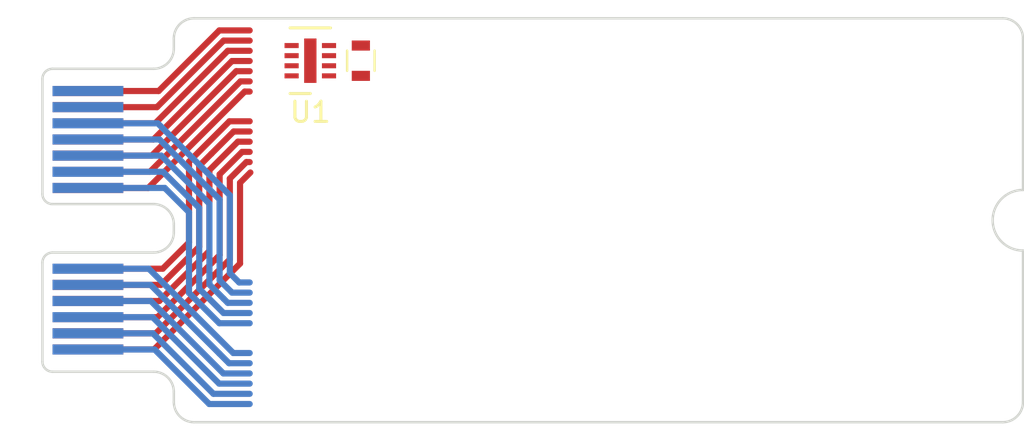
<source format=kicad_pcb>
(kicad_pcb (version 20171130) (host pcbnew "(5.1.10)-1")

  (general
    (thickness 1.6)
    (drawings 1)
    (tracks 99)
    (zones 0)
    (modules 3)
    (nets 28)
  )

  (page A)
  (title_block
    (title "Beetje 32U4 Blok")
    (date 2018-08-10)
    (rev 0.0)
    (company www.MakersBox.us)
    (comment 1 648.ken@gmail.com)
  )

  (layers
    (0 F.Cu signal)
    (31 B.Cu signal)
    (32 B.Adhes user)
    (33 F.Adhes user)
    (34 B.Paste user)
    (35 F.Paste user)
    (36 B.SilkS user)
    (37 F.SilkS user)
    (38 B.Mask user)
    (39 F.Mask user)
    (40 Dwgs.User user)
    (41 Cmts.User user)
    (42 Eco1.User user)
    (43 Eco2.User user)
    (44 Edge.Cuts user)
    (45 Margin user)
    (46 B.CrtYd user hide)
    (47 F.CrtYd user)
    (48 B.Fab user hide)
    (49 F.Fab user hide)
  )

  (setup
    (last_trace_width 0.25)
    (user_trace_width 0.254)
    (user_trace_width 0.3048)
    (user_trace_width 0.3556)
    (user_trace_width 0.4064)
    (user_trace_width 0.6096)
    (trace_clearance 0.2)
    (zone_clearance 0.35)
    (zone_45_only no)
    (trace_min 0.2)
    (via_size 0.6)
    (via_drill 0.4)
    (via_min_size 0.4)
    (via_min_drill 0.3)
    (uvia_size 0.3)
    (uvia_drill 0.1)
    (uvias_allowed no)
    (uvia_min_size 0.2)
    (uvia_min_drill 0.1)
    (edge_width 0.15)
    (segment_width 0.2)
    (pcb_text_width 0.3)
    (pcb_text_size 1.5 1.5)
    (mod_edge_width 0.15)
    (mod_text_size 1 1)
    (mod_text_width 0.15)
    (pad_size 0.5 3.500001)
    (pad_drill 0)
    (pad_to_mask_clearance 0)
    (aux_axis_origin 0 0)
    (visible_elements 7FFFFFFF)
    (pcbplotparams
      (layerselection 0x010f0_80000001)
      (usegerberextensions false)
      (usegerberattributes true)
      (usegerberadvancedattributes true)
      (creategerberjobfile true)
      (excludeedgelayer true)
      (linewidth 0.100000)
      (plotframeref false)
      (viasonmask false)
      (mode 1)
      (useauxorigin false)
      (hpglpennumber 1)
      (hpglpenspeed 20)
      (hpglpendiameter 15.000000)
      (psnegative false)
      (psa4output false)
      (plotreference true)
      (plotvalue true)
      (plotinvisibletext false)
      (padsonsilk false)
      (subtractmaskfromsilk false)
      (outputformat 1)
      (mirror false)
      (drillshape 0)
      (scaleselection 1)
      (outputdirectory "gerbers/"))
  )

  (net 0 "")
  (net 1 /10)
  (net 2 /01)
  (net 3 /02)
  (net 4 /04)
  (net 5 /05)
  (net 6 /06)
  (net 7 /07)
  (net 8 /08)
  (net 9 /09)
  (net 10 /11)
  (net 11 /12)
  (net 12 /13)
  (net 13 /14)
  (net 14 /15)
  (net 15 /16)
  (net 16 /17)
  (net 17 /18)
  (net 18 /19)
  (net 19 /20)
  (net 20 /03)
  (net 21 /D2_SDA)
  (net 22 GND)
  (net 23 /D3_SCL)
  (net 24 +5V)
  (net 25 /RESET)
  (net 26 "Net-(R1-Pad1)")
  (net 27 /A)

  (net_class Default "This is the default net class."
    (clearance 0.2)
    (trace_width 0.25)
    (via_dia 0.6)
    (via_drill 0.4)
    (uvia_dia 0.3)
    (uvia_drill 0.1)
    (add_net +5V)
    (add_net /01)
    (add_net /02)
    (add_net /03)
    (add_net /04)
    (add_net /05)
    (add_net /06)
    (add_net /07)
    (add_net /08)
    (add_net /09)
    (add_net /10)
    (add_net /11)
    (add_net /12)
    (add_net /13)
    (add_net /14)
    (add_net /15)
    (add_net /16)
    (add_net /17)
    (add_net /18)
    (add_net /19)
    (add_net /20)
    (add_net /A)
    (add_net /D2_SDA)
    (add_net /D3_SCL)
    (add_net /RESET)
    (add_net GND)
    (add_net "Net-(R1-Pad1)")
  )

  (module footprints:MEC8-113-CARD locked (layer F.Cu) (tedit 63798F08) (tstamp 6379EB30)
    (at -26.25 10.9 90)
    (path /63771AB0)
    (fp_text reference X0 (at 4.375 -1.25 90) (layer Dwgs.User)
      (effects (font (size 1 1) (thickness 0.15)))
    )
    (fp_text value "Card Edge" (at 5 3.5 90) (layer F.Fab)
      (effects (font (size 1 1) (thickness 0.15)))
    )
    (fp_arc (start 10 48.5) (end 11.5 48.5) (angle -180) (layer Edge.Cuts) (width 0.12))
    (fp_arc (start 19 47.5) (end 19 48.5) (angle -90) (layer Edge.Cuts) (width 0.12))
    (fp_arc (start 1 47.5) (end 0 47.5) (angle -90) (layer Edge.Cuts) (width 0.12))
    (fp_arc (start 1 7.5) (end 1 6.5) (angle -90) (layer Edge.Cuts) (width 0.12))
    (fp_arc (start 19 7.5) (end 20 7.5) (angle -90) (layer Edge.Cuts) (width 0.12))
    (fp_arc (start 18.5 5.5) (end 17.5 5.5) (angle -90) (layer Edge.Cuts) (width 0.12))
    (fp_arc (start 1.5 5.5) (end 1.5 6.5) (angle -90) (layer Edge.Cuts) (width 0.12))
    (fp_arc (start 9.4 5.5) (end 8.4 5.5) (angle -90) (layer Edge.Cuts) (width 0.12))
    (fp_arc (start 9.8 5.5) (end 9.8 6.5) (angle -90) (layer Edge.Cuts) (width 0.12))
    (fp_arc (start 7.9 0.5) (end 8.4 0.5) (angle -90) (layer Edge.Cuts) (width 0.12))
    (fp_arc (start 11.3 0.5) (end 11.3 0) (angle -90) (layer Edge.Cuts) (width 0.12))
    (fp_arc (start 17 0.5) (end 17.5 0.5) (angle -90) (layer Edge.Cuts) (width 0.12))
    (fp_arc (start 3 0.5) (end 3 0) (angle -90) (layer Edge.Cuts) (width 0.12))
    (fp_line (start 17 0) (end 11.3 0) (layer Edge.Cuts) (width 0.12))
    (fp_line (start 3 0) (end 7.9 0) (layer Edge.Cuts) (width 0.12))
    (fp_line (start 9.4 6.5) (end 9.8 6.5) (layer Edge.Cuts) (width 0.12))
    (fp_line (start 10.8 5.5) (end 10.8 0.5) (layer Edge.Cuts) (width 0.12))
    (fp_line (start 8.4 0.5) (end 8.4 5.5) (layer Edge.Cuts) (width 0.12))
    (fp_line (start 2.5 0.5) (end 2.5 5.5) (layer Edge.Cuts) (width 0.12))
    (fp_line (start 17.5 0.5) (end 17.5 5.5) (layer Edge.Cuts) (width 0.12))
    (fp_line (start 18.5 6.5) (end 19 6.5) (layer Edge.Cuts) (width 0.12))
    (fp_line (start 1 6.5) (end 1.5 6.5) (layer Edge.Cuts) (width 0.12))
    (fp_line (start 10 8.5) (end 10 45.5) (layer Dwgs.User) (width 0.12))
    (fp_line (start 8.5 48.5) (end 1 48.5) (layer Edge.Cuts) (width 0.12))
    (fp_line (start 11.5 48.5) (end 19 48.5) (layer Edge.Cuts) (width 0.12))
    (fp_line (start 20 7.5) (end 20 47.5) (layer Edge.Cuts) (width 0.12))
    (fp_line (start 0 47.5) (end 0 7.5) (layer Edge.Cuts) (width 0.12))
    (pad 14 smd rect (at 3.6 2.25 90) (size 0.5 3.5) (layers F.Cu F.Paste F.Mask)
      (net 10 /11))
    (pad 1 smd rect (at 3.6 2.25 90) (size 0.5 3.5) (layers B.Cu B.Paste B.Mask)
      (net 2 /01))
    (pad 15 smd rect (at 4.4 2.25 90) (size 0.5 3.5) (layers F.Cu F.Paste F.Mask)
      (net 11 /12))
    (pad 2 smd rect (at 4.4 2.25 90) (size 0.5 3.5) (layers B.Cu B.Paste B.Mask)
      (net 3 /02))
    (pad 16 smd rect (at 5.2 2.25 90) (size 0.5 3.5) (layers F.Cu F.Paste F.Mask)
      (net 12 /13))
    (pad 3 smd rect (at 5.2 2.25 90) (size 0.5 3.5) (layers B.Cu B.Paste B.Mask)
      (net 20 /03))
    (pad 17 smd rect (at 6 2.25 90) (size 0.5 3.5) (layers F.Cu F.Paste F.Mask)
      (net 13 /14))
    (pad 4 smd rect (at 6 2.25 90) (size 0.5 3.5) (layers B.Cu B.Paste B.Mask)
      (net 4 /04))
    (pad 18 smd rect (at 6.8 2.25 90) (size 0.5 3.5) (layers F.Cu F.Paste F.Mask)
      (net 14 /15))
    (pad 5 smd rect (at 6.8 2.25 90) (size 0.5 3.5) (layers B.Cu B.Paste B.Mask)
      (net 5 /05))
    (pad 19 smd rect (at 7.6 2.25 90) (size 0.5 3.5) (layers F.Cu F.Paste F.Mask)
      (net 15 /16))
    (pad 6 smd rect (at 7.6 2.25 90) (size 0.5 3.5) (layers B.Cu B.Paste B.Mask)
      (net 6 /06))
    (pad 20 smd rect (at 11.6 2.25 90) (size 0.5 3.5) (layers F.Cu F.Paste F.Mask)
      (net 16 /17))
    (pad 7 smd rect (at 11.6 2.25 90) (size 0.5 3.5) (layers B.Cu B.Paste B.Mask)
      (net 7 /07))
    (pad 21 smd rect (at 12.4 2.25 90) (size 0.5 3.5) (layers F.Cu F.Paste F.Mask)
      (net 17 /18))
    (pad 8 smd rect (at 12.4 2.25 90) (size 0.5 3.5) (layers B.Cu B.Paste B.Mask)
      (net 8 /08))
    (pad 22 smd rect (at 13.2 2.25 90) (size 0.5 3.5) (layers F.Cu F.Paste F.Mask)
      (net 18 /19))
    (pad 9 smd rect (at 13.2 2.25 90) (size 0.5 3.5) (layers B.Cu B.Paste B.Mask)
      (net 9 /09))
    (pad 23 smd rect (at 14 2.25 90) (size 0.5 3.5) (layers F.Cu F.Paste F.Mask)
      (net 19 /20))
    (pad 10 smd rect (at 14 2.25 90) (size 0.5 3.5) (layers B.Cu B.Paste B.Mask)
      (net 1 /10))
    (pad 24 smd rect (at 14.8 2.25 90) (size 0.5 3.5) (layers F.Cu F.Paste F.Mask)
      (net 23 /D3_SCL))
    (pad 11 smd rect (at 14.8 2.25 90) (size 0.5 3.5) (layers B.Cu B.Paste B.Mask)
      (net 25 /RESET))
    (pad 25 smd rect (at 15.6 2.25 90) (size 0.5 3.5) (layers F.Cu F.Paste F.Mask)
      (net 21 /D2_SDA))
    (pad 12 smd rect (at 15.6 2.25 90) (size 0.5 3.5) (layers B.Cu B.Paste B.Mask)
      (net 27 /A))
    (pad 26 smd rect (at 16.4 2.25 90) (size 0.5 3.5) (layers F.Cu F.Paste F.Mask)
      (net 22 GND))
    (pad 13 smd rect (at 16.4 2.25 90) (size 0.5 3.5) (layers B.Cu B.Paste B.Mask)
      (net 24 +5V))
  )

  (module footprints:R_0603 (layer F.Cu) (tedit 636E7A48) (tstamp 637A3A85)
    (at -10.5 -7 90)
    (descr "Resistor SMD 0603, reflow soldering, Vishay (see dcrcw.pdf)")
    (tags "resistor 0603")
    (path /63EABA42)
    (attr smd)
    (fp_text reference R1 (at 1.905 0 270) (layer Dwgs.User)
      (effects (font (size 1 1) (thickness 0.15)))
    )
    (fp_text value 10K (at -1.905 0 270) (layer F.Fab)
      (effects (font (size 1 1) (thickness 0.15)))
    )
    (fp_line (start 1.25 0.7) (end -1.25 0.7) (layer F.CrtYd) (width 0.05))
    (fp_line (start 1.25 0.7) (end 1.25 -0.7) (layer F.CrtYd) (width 0.05))
    (fp_line (start -1.25 -0.7) (end -1.25 0.7) (layer F.CrtYd) (width 0.05))
    (fp_line (start -1.25 -0.7) (end 1.25 -0.7) (layer F.CrtYd) (width 0.05))
    (fp_line (start -0.5 -0.68) (end 0.5 -0.68) (layer F.SilkS) (width 0.12))
    (fp_line (start 0.5 0.68) (end -0.5 0.68) (layer F.SilkS) (width 0.12))
    (fp_line (start -0.8 -0.4) (end 0.8 -0.4) (layer F.Fab) (width 0.1))
    (fp_line (start 0.8 -0.4) (end 0.8 0.4) (layer F.Fab) (width 0.1))
    (fp_line (start 0.8 0.4) (end -0.8 0.4) (layer F.Fab) (width 0.1))
    (fp_line (start -0.8 0.4) (end -0.8 -0.4) (layer F.Fab) (width 0.1))
    (fp_text user %R (at 0 0 270) (layer F.Fab)
      (effects (font (size 0.4 0.4) (thickness 0.075)))
    )
    (pad 1 smd rect (at -0.75 0 90) (size 0.5 0.9) (layers F.Cu F.Paste F.Mask)
      (net 26 "Net-(R1-Pad1)"))
    (pad 2 smd rect (at 0.75 0 90) (size 0.5 0.9) (layers F.Cu F.Paste F.Mask)
      (net 27 /A))
    (model ${KISYS3DMOD}/Resistors_SMD.3dshapes/R_0603.wrl
      (at (xyz 0 0 0))
      (scale (xyz 1 1 1))
      (rotate (xyz 0 0 0))
    )
  )

  (module Package_DFN_QFN:DFN-8-1EP_2x3mm_P0.5mm_EP0.61x2.2mm (layer F.Cu) (tedit 5EA4BD52) (tstamp 637A3B68)
    (at -13 -7 180)
    (descr "DDB Package; 8-Lead Plastic DFN (3mm x 2mm) (see Linear Technology DFN_8_05-08-1702.pdf)")
    (tags "DFN 0.5")
    (path /63E7C52F)
    (attr smd)
    (fp_text reference U1 (at 0 -2.55) (layer F.SilkS)
      (effects (font (size 1 1) (thickness 0.15)))
    )
    (fp_text value 24LC32 (at 0 2.55) (layer F.Fab)
      (effects (font (size 1 1) (thickness 0.15)))
    )
    (fp_line (start -0.5 -1.5) (end 1 -1.5) (layer F.Fab) (width 0.15))
    (fp_line (start 1 -1.5) (end 1 1.5) (layer F.Fab) (width 0.15))
    (fp_line (start 1 1.5) (end -1 1.5) (layer F.Fab) (width 0.15))
    (fp_line (start -1 1.5) (end -1 -1) (layer F.Fab) (width 0.15))
    (fp_line (start -1 -1) (end -0.5 -1.5) (layer F.Fab) (width 0.15))
    (fp_line (start -1.55 -1.8) (end -1.55 1.8) (layer F.CrtYd) (width 0.05))
    (fp_line (start 1.55 -1.8) (end 1.55 1.8) (layer F.CrtYd) (width 0.05))
    (fp_line (start -1.55 -1.8) (end 1.55 -1.8) (layer F.CrtYd) (width 0.05))
    (fp_line (start -1.55 1.8) (end 1.55 1.8) (layer F.CrtYd) (width 0.05))
    (fp_line (start -1 1.625) (end 1 1.625) (layer F.SilkS) (width 0.15))
    (fp_line (start 0 -1.625) (end 1 -1.625) (layer F.SilkS) (width 0.15))
    (fp_text user %R (at 0 0 90) (layer F.Fab)
      (effects (font (size 0.5 0.5) (thickness 0.075)))
    )
    (pad 1 smd rect (at -0.925 -0.75 180) (size 0.7 0.25) (layers F.Cu F.Paste F.Mask)
      (net 26 "Net-(R1-Pad1)"))
    (pad 2 smd rect (at -0.925 -0.25 180) (size 0.7 0.25) (layers F.Cu F.Paste F.Mask)
      (net 22 GND))
    (pad 3 smd rect (at -0.925 0.25 180) (size 0.7 0.25) (layers F.Cu F.Paste F.Mask)
      (net 22 GND))
    (pad 4 smd rect (at -0.925 0.75 180) (size 0.7 0.25) (layers F.Cu F.Paste F.Mask)
      (net 22 GND))
    (pad 5 smd rect (at 0.925 0.75 180) (size 0.7 0.25) (layers F.Cu F.Paste F.Mask)
      (net 21 /D2_SDA))
    (pad 6 smd rect (at 0.925 0.25 180) (size 0.7 0.25) (layers F.Cu F.Paste F.Mask)
      (net 23 /D3_SCL))
    (pad 7 smd rect (at 0.925 -0.25 180) (size 0.7 0.25) (layers F.Cu F.Paste F.Mask))
    (pad 8 smd rect (at 0.925 -0.75 180) (size 0.7 0.25) (layers F.Cu F.Paste F.Mask)
      (net 24 +5V))
    (pad 9 smd rect (at 0 0 180) (size 0.61 2.2) (layers F.Cu F.Mask))
    (pad "" smd rect (at 0 -0.734 180) (size 0.5 0.59) (layers F.Paste))
    (pad "" smd rect (at 0 0 180) (size 0.5 0.59) (layers F.Paste))
    (pad "" smd rect (at 0 0.734 180) (size 0.5 0.59) (layers F.Paste))
    (model ${KISYS3DMOD}/Package_DFN_QFN.3dshapes/DFN-8-1EP_2x3mm_P0.5mm_EP0.61x2.2mm.wrl
      (at (xyz 0 0 0))
      (scale (xyz 1 1 1))
      (rotate (xyz 0 0 0))
    )
  )

  (gr_line (start -16.5 -8.5) (end -16.5 10.5) (layer Dwgs.User) (width 0.15))

  (segment (start -20.458274 -3.1) (end -17.781281 -0.423008) (width 0.3048) (layer B.Cu) (net 1))
  (segment (start -24 -3.1) (end -20.458274 -3.1) (width 0.3048) (layer B.Cu) (net 1) (status 10))
  (segment (start -17.781281 -0.423008) (end -17.48557 -0.127297) (width 0.3048) (layer B.Cu) (net 1))
  (segment (start -17.48557 -0.127297) (end -17.48557 3.872706) (width 0.3048) (layer B.Cu) (net 1))
  (segment (start -17.48557 3.872706) (end -16.929138 4.429138) (width 0.3048) (layer B.Cu) (net 1))
  (segment (start -16.929138 4.429138) (end -16.872706 4.48557) (width 0.3048) (layer B.Cu) (net 1))
  (segment (start -16.872706 4.48557) (end -16 4.48557) (width 0.3048) (layer B.Cu) (net 1))
  (segment (start -24 7.3) (end -20.7 7.3) (width 0.3048) (layer B.Cu) (net 2) (status 10))
  (segment (start -20.7 7.3) (end -18 10) (width 0.3048) (layer B.Cu) (net 2))
  (segment (start -18 10) (end -16 10) (width 0.3048) (layer B.Cu) (net 2))
  (segment (start -24 6.5) (end -20.786092 6.5) (width 0.3048) (layer B.Cu) (net 3) (status 10))
  (segment (start -20.786092 6.5) (end -17.790902 9.49519) (width 0.3048) (layer B.Cu) (net 3))
  (segment (start -17.790902 9.49519) (end -16 9.49519) (width 0.3048) (layer B.Cu) (net 3))
  (segment (start -24 4.9) (end -20.886092 4.9) (width 0.3048) (layer B.Cu) (net 4) (status 10))
  (segment (start -20.886092 4.9) (end -17.300522 8.48557) (width 0.3048) (layer B.Cu) (net 4))
  (segment (start -17.300522 8.48557) (end -16 8.48557) (width 0.3048) (layer B.Cu) (net 4))
  (segment (start -24 4.1) (end -20.9 4.1) (width 0.3048) (layer B.Cu) (net 5) (status 10))
  (segment (start -20.9 4.1) (end -17.5 7.5) (width 0.3048) (layer B.Cu) (net 5))
  (segment (start -17.5 7.5) (end -17.01924 7.98076) (width 0.3048) (layer B.Cu) (net 5))
  (segment (start -17.01924 7.98076) (end -16 7.98076) (width 0.3048) (layer B.Cu) (net 5))
  (segment (start -24 3.3) (end -20.986092 3.3) (width 0.3048) (layer B.Cu) (net 6) (status 10))
  (segment (start -20.986092 3.3) (end -16.810142 7.47595) (width 0.3048) (layer B.Cu) (net 6))
  (segment (start -16.810142 7.47595) (end -16 7.47595) (width 0.3048) (layer B.Cu) (net 6))
  (segment (start -24 -0.7) (end -20.2 -0.7) (width 0.3048) (layer B.Cu) (net 7) (status 10))
  (segment (start -20.2 -0.7) (end -19 0.5) (width 0.3048) (layer B.Cu) (net 7))
  (segment (start -19 0.5) (end -19 4.5) (width 0.3048) (layer B.Cu) (net 7))
  (segment (start -19 4.5) (end -17.5 6) (width 0.3048) (layer B.Cu) (net 7))
  (segment (start -17.5 6) (end -16 6) (width 0.3048) (layer B.Cu) (net 7))
  (segment (start -20.286092 -1.5) (end -18.49519 0.290901) (width 0.3048) (layer B.Cu) (net 8))
  (segment (start -24 -1.5) (end -20.286092 -1.5) (width 0.3048) (layer B.Cu) (net 8) (status 10))
  (segment (start -18.49519 0.290901) (end -18.49519 4.290902) (width 0.3048) (layer B.Cu) (net 8))
  (segment (start -18.49519 4.290902) (end -17.290902 5.49519) (width 0.3048) (layer B.Cu) (net 8))
  (segment (start -17.290902 5.49519) (end -16 5.49519) (width 0.3048) (layer B.Cu) (net 8))
  (segment (start -24 -2.3) (end -20.372183 -2.3) (width 0.3048) (layer B.Cu) (net 9) (status 10))
  (segment (start -20.372183 -2.3) (end -17.99038 0.081802) (width 0.3048) (layer B.Cu) (net 9))
  (segment (start -17.99038 0.081802) (end -17.99038 4.081804) (width 0.3048) (layer B.Cu) (net 9))
  (segment (start -17.99038 4.081804) (end -17.286092 4.786092) (width 0.3048) (layer B.Cu) (net 9))
  (segment (start -17.286092 4.786092) (end -17.081804 4.99038) (width 0.3048) (layer B.Cu) (net 9))
  (segment (start -17.081804 4.99038) (end -16 4.99038) (width 0.3048) (layer B.Cu) (net 9))
  (segment (start -24 7.3) (end -20.730457 7.3) (width 0.3048) (layer F.Cu) (net 10) (status 10))
  (segment (start -20.730457 7.3) (end -16.47595 3.045495) (width 0.3048) (layer F.Cu) (net 10))
  (segment (start -16.47595 3.045495) (end -16.47595 -0.95451) (width 0.3048) (layer F.Cu) (net 10))
  (segment (start -16.47595 -0.95451) (end -15.96523 -1.46523) (width 0.3048) (layer F.Cu) (net 10))
  (segment (start -24 6.5) (end -20.644366 6.5) (width 0.3048) (layer F.Cu) (net 11) (status 10))
  (segment (start -20.644366 6.5) (end -16.98076 2.836396) (width 0.3048) (layer F.Cu) (net 11))
  (segment (start -16.98076 2.836396) (end -16.98076 -1.163608) (width 0.3048) (layer F.Cu) (net 11))
  (segment (start -16.98076 -1.163608) (end -16.163608 -1.98076) (width 0.3048) (layer F.Cu) (net 11))
  (segment (start -16.163608 -1.98076) (end -16 -1.98076) (width 0.3048) (layer F.Cu) (net 11))
  (segment (start -24 5.7) (end -20.558275 5.7) (width 0.3048) (layer F.Cu) (net 12) (status 10))
  (segment (start -20.558275 5.7) (end -17.48557 2.627297) (width 0.3048) (layer F.Cu) (net 12))
  (segment (start -17.48557 2.627297) (end -17.48557 -1.372706) (width 0.3048) (layer F.Cu) (net 12))
  (segment (start -17.48557 -1.372706) (end -16.372706 -2.48557) (width 0.3048) (layer F.Cu) (net 12))
  (segment (start -16.372706 -2.48557) (end -16 -2.48557) (width 0.3048) (layer F.Cu) (net 12))
  (segment (start -20.472183 4.9) (end -24 4.9) (width 0.3048) (layer F.Cu) (net 13) (status 20))
  (segment (start -17.99038 2.418198) (end -20.472183 4.9) (width 0.3048) (layer F.Cu) (net 13))
  (segment (start -17.99038 -1.581804) (end -17.99038 2.418198) (width 0.3048) (layer F.Cu) (net 13))
  (segment (start -16.581804 -2.99038) (end -17.99038 -1.581804) (width 0.3048) (layer F.Cu) (net 13))
  (segment (start -16 -2.99038) (end -16.581804 -2.99038) (width 0.3048) (layer F.Cu) (net 13))
  (segment (start -20.386092 4.1) (end -18.49519 2.209099) (width 0.3048) (layer F.Cu) (net 14))
  (segment (start -24 4.1) (end -20.386092 4.1) (width 0.3048) (layer F.Cu) (net 14) (status 10))
  (segment (start -18.49519 2.209099) (end -18.49519 0) (width 0.3048) (layer F.Cu) (net 14))
  (segment (start -18.49519 0) (end -18.49519 -1.790902) (width 0.3048) (layer F.Cu) (net 14))
  (segment (start -18.49519 -1.790902) (end -17.893046 -2.393046) (width 0.3048) (layer F.Cu) (net 14))
  (segment (start -17.893046 -2.393046) (end -16.790902 -3.49519) (width 0.3048) (layer F.Cu) (net 14))
  (segment (start -16.790902 -3.49519) (end -16 -3.49519) (width 0.3048) (layer F.Cu) (net 14))
  (segment (start -24 3.3) (end -20.3 3.3) (width 0.3048) (layer F.Cu) (net 15) (status 10))
  (segment (start -20.3 3.3) (end -19 2) (width 0.3048) (layer F.Cu) (net 15))
  (segment (start -19 2) (end -19 -2) (width 0.3048) (layer F.Cu) (net 15))
  (segment (start -19 -2) (end -17 -4) (width 0.3048) (layer F.Cu) (net 15))
  (segment (start -17 -4) (end -16 -4) (width 0.3048) (layer F.Cu) (net 15))
  (segment (start -24 -0.7) (end -21.016552 -0.7) (width 0.3048) (layer F.Cu) (net 16) (status 10))
  (segment (start -21.016552 -0.7) (end -16.245412 -5.47114) (width 0.3048) (layer F.Cu) (net 16))
  (segment (start -16.245412 -5.47114) (end -16 -5.47114) (width 0.3048) (layer F.Cu) (net 16))
  (segment (start -24 -1.5) (end -20.93046 -1.5) (width 0.3048) (layer F.Cu) (net 17) (status 10))
  (segment (start -20.93046 -1.5) (end -16.45451 -5.97595) (width 0.3048) (layer F.Cu) (net 17))
  (segment (start -16.45451 -5.97595) (end -16 -5.97595) (width 0.3048) (layer F.Cu) (net 17))
  (segment (start -24 -2.3) (end -20.844368 -2.3) (width 0.3048) (layer F.Cu) (net 18) (status 10))
  (segment (start -20.844368 -2.3) (end -16.663608 -6.48076) (width 0.3048) (layer F.Cu) (net 18))
  (segment (start -16.663608 -6.48076) (end -16 -6.48076) (width 0.3048) (layer F.Cu) (net 18))
  (segment (start -24 -3.1) (end -20.758276 -3.1) (width 0.3048) (layer F.Cu) (net 19) (status 10))
  (segment (start -20.758276 -3.1) (end -16.872706 -6.98557) (width 0.3048) (layer F.Cu) (net 19))
  (segment (start -16.872706 -6.98557) (end -16 -6.98557) (width 0.3048) (layer F.Cu) (net 19))
  (segment (start -24 5.7) (end -20.8 5.7) (width 0.3048) (layer B.Cu) (net 20) (status 10))
  (segment (start -20.8 5.7) (end -17.50962 8.99038) (width 0.3048) (layer B.Cu) (net 20))
  (segment (start -17.50962 8.99038) (end -16 8.99038) (width 0.3048) (layer B.Cu) (net 20))
  (segment (start -24 -4.7) (end -20.586092 -4.7) (width 0.3048) (layer F.Cu) (net 21) (status 10))
  (segment (start -20.586092 -4.7) (end -17.290902 -7.99519) (width 0.3048) (layer F.Cu) (net 21))
  (segment (start -17.290902 -7.99519) (end -16 -7.99519) (width 0.3048) (layer F.Cu) (net 21))
  (segment (start -24 -5.5) (end -20.5 -5.5) (width 0.3048) (layer F.Cu) (net 22) (status 10))
  (segment (start -20.5 -5.5) (end -17.5 -8.5) (width 0.3048) (layer F.Cu) (net 22))
  (segment (start -17.5 -8.5) (end -16 -8.5) (width 0.3048) (layer F.Cu) (net 22))
  (segment (start -24 -3.9) (end -20.672184 -3.9) (width 0.3048) (layer F.Cu) (net 23) (status 10))
  (segment (start -20.672184 -3.9) (end -17.081804 -7.49038) (width 0.3048) (layer F.Cu) (net 23))
  (segment (start -17.081804 -7.49038) (end -16 -7.49038) (width 0.3048) (layer F.Cu) (net 23))
  (segment (start -24 -3.9) (end -20.544365 -3.9) (width 0.3048) (layer B.Cu) (net 25) (status 10))
  (segment (start -20.544365 -3.9) (end -16.98076 -0.336396) (width 0.3048) (layer B.Cu) (net 25))
  (segment (start -16.98076 3.51924) (end -16.51924 3.98076) (width 0.3048) (layer B.Cu) (net 25))
  (segment (start -16.98076 -0.336396) (end -16.98076 3.51924) (width 0.3048) (layer B.Cu) (net 25))
  (segment (start -16.51924 3.98076) (end -16 3.98076) (width 0.3048) (layer B.Cu) (net 25))

)

</source>
